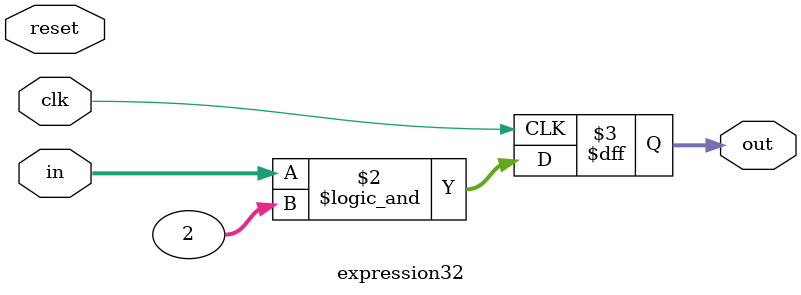
<source format=v>
module expression32
  #(parameter integer WIDTH = 8)
  (input wire             reset,
   input wire             clk,
   input wire [WIDTH-1:0] in,
   output reg [WIDTH-1:0] out);

   always @(posedge clk) out <= in && 2;

endmodule

</source>
